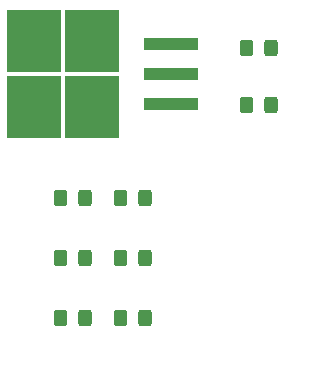
<source format=gbr>
G04 #@! TF.GenerationSoftware,KiCad,Pcbnew,(5.1.6-0-10_14)*
G04 #@! TF.CreationDate,2020-09-27T23:01:40+01:00*
G04 #@! TF.ProjectId,PSUExtensionBoard,50535545-7874-4656-9e73-696f6e426f61,rev?*
G04 #@! TF.SameCoordinates,Original*
G04 #@! TF.FileFunction,Paste,Top*
G04 #@! TF.FilePolarity,Positive*
%FSLAX46Y46*%
G04 Gerber Fmt 4.6, Leading zero omitted, Abs format (unit mm)*
G04 Created by KiCad (PCBNEW (5.1.6-0-10_14)) date 2020-09-27 23:01:40*
%MOMM*%
%LPD*%
G01*
G04 APERTURE LIST*
%ADD10R,4.600000X1.100000*%
%ADD11R,4.550000X5.250000*%
G04 APERTURE END LIST*
D10*
X66735000Y-92392500D03*
X66735000Y-89852500D03*
X66735000Y-87312500D03*
D11*
X55160000Y-87077500D03*
X60010000Y-92627500D03*
X55160000Y-92627500D03*
X60010000Y-87077500D03*
G36*
G01*
X72568000Y-92906001D02*
X72568000Y-92005999D01*
G75*
G02*
X72817999Y-91756000I249999J0D01*
G01*
X73468001Y-91756000D01*
G75*
G02*
X73718000Y-92005999I0J-249999D01*
G01*
X73718000Y-92906001D01*
G75*
G02*
X73468001Y-93156000I-249999J0D01*
G01*
X72817999Y-93156000D01*
G75*
G02*
X72568000Y-92906001I0J249999D01*
G01*
G37*
G36*
G01*
X74618000Y-92906001D02*
X74618000Y-92005999D01*
G75*
G02*
X74867999Y-91756000I249999J0D01*
G01*
X75518001Y-91756000D01*
G75*
G02*
X75768000Y-92005999I0J-249999D01*
G01*
X75768000Y-92906001D01*
G75*
G02*
X75518001Y-93156000I-249999J0D01*
G01*
X74867999Y-93156000D01*
G75*
G02*
X74618000Y-92906001I0J249999D01*
G01*
G37*
G36*
G01*
X73718000Y-87179999D02*
X73718000Y-88080001D01*
G75*
G02*
X73468001Y-88330000I-249999J0D01*
G01*
X72817999Y-88330000D01*
G75*
G02*
X72568000Y-88080001I0J249999D01*
G01*
X72568000Y-87179999D01*
G75*
G02*
X72817999Y-86930000I249999J0D01*
G01*
X73468001Y-86930000D01*
G75*
G02*
X73718000Y-87179999I0J-249999D01*
G01*
G37*
G36*
G01*
X75768000Y-87179999D02*
X75768000Y-88080001D01*
G75*
G02*
X75518001Y-88330000I-249999J0D01*
G01*
X74867999Y-88330000D01*
G75*
G02*
X74618000Y-88080001I0J249999D01*
G01*
X74618000Y-87179999D01*
G75*
G02*
X74867999Y-86930000I249999J0D01*
G01*
X75518001Y-86930000D01*
G75*
G02*
X75768000Y-87179999I0J-249999D01*
G01*
G37*
G36*
G01*
X56820000Y-105860001D02*
X56820000Y-104959999D01*
G75*
G02*
X57069999Y-104710000I249999J0D01*
G01*
X57720001Y-104710000D01*
G75*
G02*
X57970000Y-104959999I0J-249999D01*
G01*
X57970000Y-105860001D01*
G75*
G02*
X57720001Y-106110000I-249999J0D01*
G01*
X57069999Y-106110000D01*
G75*
G02*
X56820000Y-105860001I0J249999D01*
G01*
G37*
G36*
G01*
X58870000Y-105860001D02*
X58870000Y-104959999D01*
G75*
G02*
X59119999Y-104710000I249999J0D01*
G01*
X59770001Y-104710000D01*
G75*
G02*
X60020000Y-104959999I0J-249999D01*
G01*
X60020000Y-105860001D01*
G75*
G02*
X59770001Y-106110000I-249999J0D01*
G01*
X59119999Y-106110000D01*
G75*
G02*
X58870000Y-105860001I0J249999D01*
G01*
G37*
G36*
G01*
X57970000Y-110039999D02*
X57970000Y-110940001D01*
G75*
G02*
X57720001Y-111190000I-249999J0D01*
G01*
X57069999Y-111190000D01*
G75*
G02*
X56820000Y-110940001I0J249999D01*
G01*
X56820000Y-110039999D01*
G75*
G02*
X57069999Y-109790000I249999J0D01*
G01*
X57720001Y-109790000D01*
G75*
G02*
X57970000Y-110039999I0J-249999D01*
G01*
G37*
G36*
G01*
X60020000Y-110039999D02*
X60020000Y-110940001D01*
G75*
G02*
X59770001Y-111190000I-249999J0D01*
G01*
X59119999Y-111190000D01*
G75*
G02*
X58870000Y-110940001I0J249999D01*
G01*
X58870000Y-110039999D01*
G75*
G02*
X59119999Y-109790000I249999J0D01*
G01*
X59770001Y-109790000D01*
G75*
G02*
X60020000Y-110039999I0J-249999D01*
G01*
G37*
G36*
G01*
X56820000Y-100780001D02*
X56820000Y-99879999D01*
G75*
G02*
X57069999Y-99630000I249999J0D01*
G01*
X57720001Y-99630000D01*
G75*
G02*
X57970000Y-99879999I0J-249999D01*
G01*
X57970000Y-100780001D01*
G75*
G02*
X57720001Y-101030000I-249999J0D01*
G01*
X57069999Y-101030000D01*
G75*
G02*
X56820000Y-100780001I0J249999D01*
G01*
G37*
G36*
G01*
X58870000Y-100780001D02*
X58870000Y-99879999D01*
G75*
G02*
X59119999Y-99630000I249999J0D01*
G01*
X59770001Y-99630000D01*
G75*
G02*
X60020000Y-99879999I0J-249999D01*
G01*
X60020000Y-100780001D01*
G75*
G02*
X59770001Y-101030000I-249999J0D01*
G01*
X59119999Y-101030000D01*
G75*
G02*
X58870000Y-100780001I0J249999D01*
G01*
G37*
G36*
G01*
X61900000Y-105860001D02*
X61900000Y-104959999D01*
G75*
G02*
X62149999Y-104710000I249999J0D01*
G01*
X62800001Y-104710000D01*
G75*
G02*
X63050000Y-104959999I0J-249999D01*
G01*
X63050000Y-105860001D01*
G75*
G02*
X62800001Y-106110000I-249999J0D01*
G01*
X62149999Y-106110000D01*
G75*
G02*
X61900000Y-105860001I0J249999D01*
G01*
G37*
G36*
G01*
X63950000Y-105860001D02*
X63950000Y-104959999D01*
G75*
G02*
X64199999Y-104710000I249999J0D01*
G01*
X64850001Y-104710000D01*
G75*
G02*
X65100000Y-104959999I0J-249999D01*
G01*
X65100000Y-105860001D01*
G75*
G02*
X64850001Y-106110000I-249999J0D01*
G01*
X64199999Y-106110000D01*
G75*
G02*
X63950000Y-105860001I0J249999D01*
G01*
G37*
G36*
G01*
X61900000Y-110940001D02*
X61900000Y-110039999D01*
G75*
G02*
X62149999Y-109790000I249999J0D01*
G01*
X62800001Y-109790000D01*
G75*
G02*
X63050000Y-110039999I0J-249999D01*
G01*
X63050000Y-110940001D01*
G75*
G02*
X62800001Y-111190000I-249999J0D01*
G01*
X62149999Y-111190000D01*
G75*
G02*
X61900000Y-110940001I0J249999D01*
G01*
G37*
G36*
G01*
X63950000Y-110940001D02*
X63950000Y-110039999D01*
G75*
G02*
X64199999Y-109790000I249999J0D01*
G01*
X64850001Y-109790000D01*
G75*
G02*
X65100000Y-110039999I0J-249999D01*
G01*
X65100000Y-110940001D01*
G75*
G02*
X64850001Y-111190000I-249999J0D01*
G01*
X64199999Y-111190000D01*
G75*
G02*
X63950000Y-110940001I0J249999D01*
G01*
G37*
G36*
G01*
X63050000Y-99879999D02*
X63050000Y-100780001D01*
G75*
G02*
X62800001Y-101030000I-249999J0D01*
G01*
X62149999Y-101030000D01*
G75*
G02*
X61900000Y-100780001I0J249999D01*
G01*
X61900000Y-99879999D01*
G75*
G02*
X62149999Y-99630000I249999J0D01*
G01*
X62800001Y-99630000D01*
G75*
G02*
X63050000Y-99879999I0J-249999D01*
G01*
G37*
G36*
G01*
X65100000Y-99879999D02*
X65100000Y-100780001D01*
G75*
G02*
X64850001Y-101030000I-249999J0D01*
G01*
X64199999Y-101030000D01*
G75*
G02*
X63950000Y-100780001I0J249999D01*
G01*
X63950000Y-99879999D01*
G75*
G02*
X64199999Y-99630000I249999J0D01*
G01*
X64850001Y-99630000D01*
G75*
G02*
X65100000Y-99879999I0J-249999D01*
G01*
G37*
M02*

</source>
